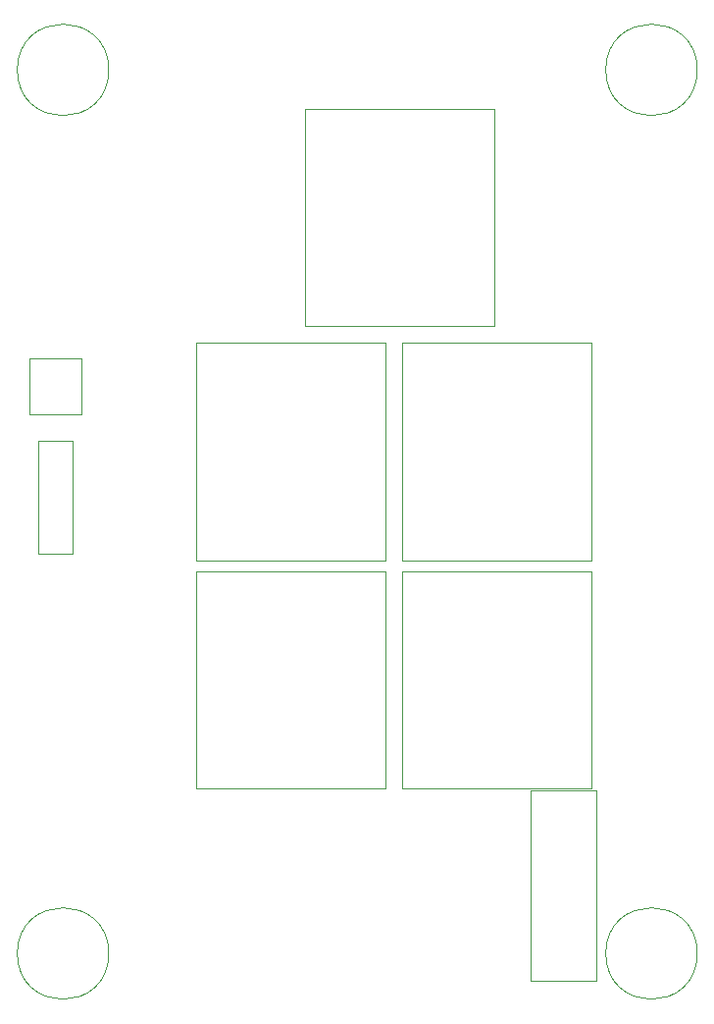
<source format=gbr>
G04 #@! TF.GenerationSoftware,KiCad,Pcbnew,(5.1.5)-3*
G04 #@! TF.CreationDate,2020-04-27T22:49:15-04:00*
G04 #@! TF.ProjectId,Pwr_Diff_Breakout,5077725f-4469-4666-965f-427265616b6f,v1*
G04 #@! TF.SameCoordinates,Original*
G04 #@! TF.FileFunction,Other,User*
%FSLAX46Y46*%
G04 Gerber Fmt 4.6, Leading zero omitted, Abs format (unit mm)*
G04 Created by KiCad (PCBNEW (5.1.5)-3) date 2020-04-27 22:49:15*
%MOMM*%
%LPD*%
G04 APERTURE LIST*
%ADD10C,0.050000*%
G04 APERTURE END LIST*
D10*
X80641000Y-149419800D02*
G75*
G03X80641000Y-149419800I-3950000J0D01*
G01*
X113929000Y-95309800D02*
X97619000Y-95309800D01*
X113929000Y-95309800D02*
X113929000Y-76569800D01*
X97619000Y-76569800D02*
X97619000Y-95309800D01*
X97619000Y-76569800D02*
X113929000Y-76569800D01*
X104531000Y-115502800D02*
X88221000Y-115502800D01*
X104531000Y-115502800D02*
X104531000Y-96762800D01*
X88221000Y-96762800D02*
X88221000Y-115502800D01*
X88221000Y-96762800D02*
X104531000Y-96762800D01*
X104501000Y-135187800D02*
X88191000Y-135187800D01*
X104501000Y-135187800D02*
X104501000Y-116447800D01*
X88191000Y-116447800D02*
X88191000Y-135187800D01*
X88191000Y-116447800D02*
X104501000Y-116447800D01*
X131441000Y-73219800D02*
G75*
G03X131441000Y-73219800I-3950000J0D01*
G01*
X122311000Y-135187800D02*
X106001000Y-135187800D01*
X122311000Y-135187800D02*
X122311000Y-116447800D01*
X106001000Y-116447800D02*
X106001000Y-135187800D01*
X106001000Y-116447800D02*
X122311000Y-116447800D01*
X122311000Y-115502800D02*
X106001000Y-115502800D01*
X122311000Y-115502800D02*
X122311000Y-96762800D01*
X106001000Y-96762800D02*
X106001000Y-115502800D01*
X106001000Y-96762800D02*
X122311000Y-96762800D01*
X80641000Y-73219800D02*
G75*
G03X80641000Y-73219800I-3950000J0D01*
G01*
X131441000Y-149419800D02*
G75*
G03X131441000Y-149419800I-3950000J0D01*
G01*
X78279000Y-102932800D02*
X78279000Y-98082800D01*
X73779000Y-102932800D02*
X78279000Y-102932800D01*
X73779000Y-98082800D02*
X73779000Y-102932800D01*
X78279000Y-98082800D02*
X73779000Y-98082800D01*
X77549000Y-114932800D02*
X77549000Y-105212800D01*
X74549000Y-114932800D02*
X77549000Y-114932800D01*
X74549000Y-105212800D02*
X74549000Y-114932800D01*
X77549000Y-105212800D02*
X74549000Y-105212800D01*
X117021000Y-135377800D02*
X117021000Y-151777800D01*
X122721000Y-135377800D02*
X117021000Y-135377800D01*
X122721000Y-151777800D02*
X122721000Y-135377800D01*
X117021000Y-151777800D02*
X122721000Y-151777800D01*
M02*

</source>
